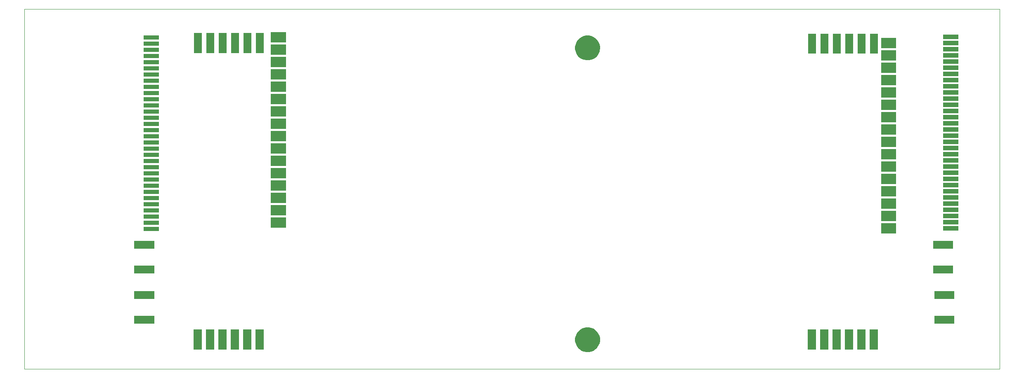
<source format=gbr>
%TF.GenerationSoftware,KiCad,Pcbnew,6.0.0-rc1-unknown-1a22918~65~ubuntu16.04.1*%
%TF.CreationDate,2019-08-07T16:40:55+03:00*%
%TF.ProjectId,BackbonePCB,4261636B626F6E655043422E6B696361,rev?*%
%TF.SameCoordinates,Original*%
%TF.FileFunction,Soldermask,Top*%
%TF.FilePolarity,Negative*%
%FSLAX46Y46*%
G04 Gerber Fmt 4.6, Leading zero omitted, Abs format (unit mm)*
G04 Created by KiCad (PCBNEW 6.0.0-rc1-unknown-1a22918~65~ubuntu16.04.1) date Wed Aug  7 16:40:55 2019*
%MOMM*%
%LPD*%
G01*
G04 APERTURE LIST*
%ADD10C,0.050000*%
%ADD11C,0.150000*%
G04 APERTURE END LIST*
D10*
X18050000Y-19050000D02*
X18050000Y-93050000D01*
X49050000Y-93050000D02*
X18050000Y-93050000D01*
X218050000Y-93050000D02*
X49050000Y-93050000D01*
X218050000Y-19050000D02*
X218050000Y-93050000D01*
X18050000Y-19050000D02*
X218050000Y-19050000D01*
D11*
G36*
X134294096Y-84597033D02*
X134294098Y-84597034D01*
X134294099Y-84597034D01*
X134758352Y-84789333D01*
X134989827Y-84944000D01*
X135176171Y-85068511D01*
X135531489Y-85423829D01*
X135531491Y-85423832D01*
X135810667Y-85841648D01*
X136002966Y-86305901D01*
X136101000Y-86798748D01*
X136101000Y-87301252D01*
X136002966Y-87794099D01*
X135810667Y-88258352D01*
X135532750Y-88674284D01*
X135531489Y-88676171D01*
X135176171Y-89031489D01*
X135176168Y-89031491D01*
X134758352Y-89310667D01*
X134294099Y-89502966D01*
X134294098Y-89502966D01*
X134294096Y-89502967D01*
X133801253Y-89601000D01*
X133298747Y-89601000D01*
X132805904Y-89502967D01*
X132805902Y-89502966D01*
X132805901Y-89502966D01*
X132341648Y-89310667D01*
X131923832Y-89031491D01*
X131923829Y-89031489D01*
X131568511Y-88676171D01*
X131567250Y-88674284D01*
X131289333Y-88258352D01*
X131097034Y-87794099D01*
X130999000Y-87301252D01*
X130999000Y-86798748D01*
X131097034Y-86305901D01*
X131289333Y-85841648D01*
X131568509Y-85423832D01*
X131568511Y-85423829D01*
X131923829Y-85068511D01*
X132110173Y-84944000D01*
X132341648Y-84789333D01*
X132805901Y-84597034D01*
X132805902Y-84597034D01*
X132805904Y-84597033D01*
X133298747Y-84499000D01*
X133801253Y-84499000D01*
X134294096Y-84597033D01*
X134294096Y-84597033D01*
G37*
G36*
X188002000Y-89046000D02*
X186376000Y-89046000D01*
X186376000Y-84944000D01*
X188002000Y-84944000D01*
X188002000Y-89046000D01*
X188002000Y-89046000D01*
G37*
G36*
X54398000Y-89046000D02*
X52772000Y-89046000D01*
X52772000Y-84944000D01*
X54398000Y-84944000D01*
X54398000Y-89046000D01*
X54398000Y-89046000D01*
G37*
G36*
X56938000Y-89046000D02*
X55312000Y-89046000D01*
X55312000Y-84944000D01*
X56938000Y-84944000D01*
X56938000Y-89046000D01*
X56938000Y-89046000D01*
G37*
G36*
X59478000Y-89046000D02*
X57852000Y-89046000D01*
X57852000Y-84944000D01*
X59478000Y-84944000D01*
X59478000Y-89046000D01*
X59478000Y-89046000D01*
G37*
G36*
X62018000Y-89046000D02*
X60392000Y-89046000D01*
X60392000Y-84944000D01*
X62018000Y-84944000D01*
X62018000Y-89046000D01*
X62018000Y-89046000D01*
G37*
G36*
X64558000Y-89046000D02*
X62932000Y-89046000D01*
X62932000Y-84944000D01*
X64558000Y-84944000D01*
X64558000Y-89046000D01*
X64558000Y-89046000D01*
G37*
G36*
X190542000Y-89046000D02*
X188916000Y-89046000D01*
X188916000Y-84944000D01*
X190542000Y-84944000D01*
X190542000Y-89046000D01*
X190542000Y-89046000D01*
G37*
G36*
X67098000Y-89046000D02*
X65472000Y-89046000D01*
X65472000Y-84944000D01*
X67098000Y-84944000D01*
X67098000Y-89046000D01*
X67098000Y-89046000D01*
G37*
G36*
X193082000Y-89046000D02*
X191456000Y-89046000D01*
X191456000Y-84944000D01*
X193082000Y-84944000D01*
X193082000Y-89046000D01*
X193082000Y-89046000D01*
G37*
G36*
X180382000Y-89046000D02*
X178756000Y-89046000D01*
X178756000Y-84944000D01*
X180382000Y-84944000D01*
X180382000Y-89046000D01*
X180382000Y-89046000D01*
G37*
G36*
X185462000Y-89046000D02*
X183836000Y-89046000D01*
X183836000Y-84944000D01*
X185462000Y-84944000D01*
X185462000Y-89046000D01*
X185462000Y-89046000D01*
G37*
G36*
X182922000Y-89046000D02*
X181296000Y-89046000D01*
X181296000Y-84944000D01*
X182922000Y-84944000D01*
X182922000Y-89046000D01*
X182922000Y-89046000D01*
G37*
G36*
X44656000Y-83744000D02*
X40554000Y-83744000D01*
X40554000Y-82118000D01*
X44656000Y-82118000D01*
X44656000Y-83744000D01*
X44656000Y-83744000D01*
G37*
G36*
X208798000Y-83744000D02*
X204696000Y-83744000D01*
X204696000Y-82118000D01*
X208798000Y-82118000D01*
X208798000Y-83744000D01*
X208798000Y-83744000D01*
G37*
G36*
X44656000Y-78664000D02*
X40554000Y-78664000D01*
X40554000Y-77038000D01*
X44656000Y-77038000D01*
X44656000Y-78664000D01*
X44656000Y-78664000D01*
G37*
G36*
X208798000Y-78664000D02*
X204696000Y-78664000D01*
X204696000Y-77038000D01*
X208798000Y-77038000D01*
X208798000Y-78664000D01*
X208798000Y-78664000D01*
G37*
G36*
X44656000Y-73457000D02*
X40554000Y-73457000D01*
X40554000Y-71831000D01*
X44656000Y-71831000D01*
X44656000Y-73457000D01*
X44656000Y-73457000D01*
G37*
G36*
X208544000Y-73457000D02*
X204442000Y-73457000D01*
X204442000Y-71831000D01*
X208544000Y-71831000D01*
X208544000Y-73457000D01*
X208544000Y-73457000D01*
G37*
G36*
X44656000Y-68377000D02*
X40554000Y-68377000D01*
X40554000Y-66751000D01*
X44656000Y-66751000D01*
X44656000Y-68377000D01*
X44656000Y-68377000D01*
G37*
G36*
X208544000Y-68377000D02*
X204442000Y-68377000D01*
X204442000Y-66751000D01*
X208544000Y-66751000D01*
X208544000Y-68377000D01*
X208544000Y-68377000D01*
G37*
G36*
X196868000Y-65186000D02*
X193766000Y-65186000D01*
X193766000Y-63084000D01*
X196868000Y-63084000D01*
X196868000Y-65186000D01*
X196868000Y-65186000D01*
G37*
G36*
X45601000Y-64741000D02*
X42499000Y-64741000D01*
X42499000Y-63839000D01*
X45601000Y-63839000D01*
X45601000Y-64741000D01*
X45601000Y-64741000D01*
G37*
G36*
X209601000Y-64601000D02*
X206499000Y-64601000D01*
X206499000Y-63699000D01*
X209601000Y-63699000D01*
X209601000Y-64601000D01*
X209601000Y-64601000D01*
G37*
G36*
X71671000Y-63991000D02*
X68569000Y-63991000D01*
X68569000Y-61889000D01*
X71671000Y-61889000D01*
X71671000Y-63991000D01*
X71671000Y-63991000D01*
G37*
G36*
X45601000Y-63471000D02*
X42499000Y-63471000D01*
X42499000Y-62569000D01*
X45601000Y-62569000D01*
X45601000Y-63471000D01*
X45601000Y-63471000D01*
G37*
G36*
X209601000Y-63331000D02*
X206499000Y-63331000D01*
X206499000Y-62429000D01*
X209601000Y-62429000D01*
X209601000Y-63331000D01*
X209601000Y-63331000D01*
G37*
G36*
X196868000Y-62646000D02*
X193766000Y-62646000D01*
X193766000Y-60544000D01*
X196868000Y-60544000D01*
X196868000Y-62646000D01*
X196868000Y-62646000D01*
G37*
G36*
X45601000Y-62201000D02*
X42499000Y-62201000D01*
X42499000Y-61299000D01*
X45601000Y-61299000D01*
X45601000Y-62201000D01*
X45601000Y-62201000D01*
G37*
G36*
X209601000Y-62061000D02*
X206499000Y-62061000D01*
X206499000Y-61159000D01*
X209601000Y-61159000D01*
X209601000Y-62061000D01*
X209601000Y-62061000D01*
G37*
G36*
X71671000Y-61451000D02*
X68569000Y-61451000D01*
X68569000Y-59349000D01*
X71671000Y-59349000D01*
X71671000Y-61451000D01*
X71671000Y-61451000D01*
G37*
G36*
X45601000Y-60931000D02*
X42499000Y-60931000D01*
X42499000Y-60029000D01*
X45601000Y-60029000D01*
X45601000Y-60931000D01*
X45601000Y-60931000D01*
G37*
G36*
X209601000Y-60791000D02*
X206499000Y-60791000D01*
X206499000Y-59889000D01*
X209601000Y-59889000D01*
X209601000Y-60791000D01*
X209601000Y-60791000D01*
G37*
G36*
X196868000Y-60106000D02*
X193766000Y-60106000D01*
X193766000Y-58004000D01*
X196868000Y-58004000D01*
X196868000Y-60106000D01*
X196868000Y-60106000D01*
G37*
G36*
X45601000Y-59661000D02*
X42499000Y-59661000D01*
X42499000Y-58759000D01*
X45601000Y-58759000D01*
X45601000Y-59661000D01*
X45601000Y-59661000D01*
G37*
G36*
X209601000Y-59521000D02*
X206499000Y-59521000D01*
X206499000Y-58619000D01*
X209601000Y-58619000D01*
X209601000Y-59521000D01*
X209601000Y-59521000D01*
G37*
G36*
X71671000Y-58911000D02*
X68569000Y-58911000D01*
X68569000Y-56809000D01*
X71671000Y-56809000D01*
X71671000Y-58911000D01*
X71671000Y-58911000D01*
G37*
G36*
X45601000Y-58391000D02*
X42499000Y-58391000D01*
X42499000Y-57489000D01*
X45601000Y-57489000D01*
X45601000Y-58391000D01*
X45601000Y-58391000D01*
G37*
G36*
X209601000Y-58251000D02*
X206499000Y-58251000D01*
X206499000Y-57349000D01*
X209601000Y-57349000D01*
X209601000Y-58251000D01*
X209601000Y-58251000D01*
G37*
G36*
X196868000Y-57566000D02*
X193766000Y-57566000D01*
X193766000Y-55464000D01*
X196868000Y-55464000D01*
X196868000Y-57566000D01*
X196868000Y-57566000D01*
G37*
G36*
X45601000Y-57121000D02*
X42499000Y-57121000D01*
X42499000Y-56219000D01*
X45601000Y-56219000D01*
X45601000Y-57121000D01*
X45601000Y-57121000D01*
G37*
G36*
X209601000Y-56981000D02*
X206499000Y-56981000D01*
X206499000Y-56079000D01*
X209601000Y-56079000D01*
X209601000Y-56981000D01*
X209601000Y-56981000D01*
G37*
G36*
X71671000Y-56371000D02*
X68569000Y-56371000D01*
X68569000Y-54269000D01*
X71671000Y-54269000D01*
X71671000Y-56371000D01*
X71671000Y-56371000D01*
G37*
G36*
X45601000Y-55851000D02*
X42499000Y-55851000D01*
X42499000Y-54949000D01*
X45601000Y-54949000D01*
X45601000Y-55851000D01*
X45601000Y-55851000D01*
G37*
G36*
X209601000Y-55711000D02*
X206499000Y-55711000D01*
X206499000Y-54809000D01*
X209601000Y-54809000D01*
X209601000Y-55711000D01*
X209601000Y-55711000D01*
G37*
G36*
X196868000Y-55026000D02*
X193766000Y-55026000D01*
X193766000Y-52924000D01*
X196868000Y-52924000D01*
X196868000Y-55026000D01*
X196868000Y-55026000D01*
G37*
G36*
X45601000Y-54581000D02*
X42499000Y-54581000D01*
X42499000Y-53679000D01*
X45601000Y-53679000D01*
X45601000Y-54581000D01*
X45601000Y-54581000D01*
G37*
G36*
X209601000Y-54441000D02*
X206499000Y-54441000D01*
X206499000Y-53539000D01*
X209601000Y-53539000D01*
X209601000Y-54441000D01*
X209601000Y-54441000D01*
G37*
G36*
X71671000Y-53831000D02*
X68569000Y-53831000D01*
X68569000Y-51729000D01*
X71671000Y-51729000D01*
X71671000Y-53831000D01*
X71671000Y-53831000D01*
G37*
G36*
X45601000Y-53311000D02*
X42499000Y-53311000D01*
X42499000Y-52409000D01*
X45601000Y-52409000D01*
X45601000Y-53311000D01*
X45601000Y-53311000D01*
G37*
G36*
X209601000Y-53171000D02*
X206499000Y-53171000D01*
X206499000Y-52269000D01*
X209601000Y-52269000D01*
X209601000Y-53171000D01*
X209601000Y-53171000D01*
G37*
G36*
X196868000Y-52486000D02*
X193766000Y-52486000D01*
X193766000Y-50384000D01*
X196868000Y-50384000D01*
X196868000Y-52486000D01*
X196868000Y-52486000D01*
G37*
G36*
X45601000Y-52041000D02*
X42499000Y-52041000D01*
X42499000Y-51139000D01*
X45601000Y-51139000D01*
X45601000Y-52041000D01*
X45601000Y-52041000D01*
G37*
G36*
X209601000Y-51901000D02*
X206499000Y-51901000D01*
X206499000Y-50999000D01*
X209601000Y-50999000D01*
X209601000Y-51901000D01*
X209601000Y-51901000D01*
G37*
G36*
X71671000Y-51291000D02*
X68569000Y-51291000D01*
X68569000Y-49189000D01*
X71671000Y-49189000D01*
X71671000Y-51291000D01*
X71671000Y-51291000D01*
G37*
G36*
X45601000Y-50771000D02*
X42499000Y-50771000D01*
X42499000Y-49869000D01*
X45601000Y-49869000D01*
X45601000Y-50771000D01*
X45601000Y-50771000D01*
G37*
G36*
X209601000Y-50631000D02*
X206499000Y-50631000D01*
X206499000Y-49729000D01*
X209601000Y-49729000D01*
X209601000Y-50631000D01*
X209601000Y-50631000D01*
G37*
G36*
X196868000Y-49946000D02*
X193766000Y-49946000D01*
X193766000Y-47844000D01*
X196868000Y-47844000D01*
X196868000Y-49946000D01*
X196868000Y-49946000D01*
G37*
G36*
X45601000Y-49501000D02*
X42499000Y-49501000D01*
X42499000Y-48599000D01*
X45601000Y-48599000D01*
X45601000Y-49501000D01*
X45601000Y-49501000D01*
G37*
G36*
X209601000Y-49361000D02*
X206499000Y-49361000D01*
X206499000Y-48459000D01*
X209601000Y-48459000D01*
X209601000Y-49361000D01*
X209601000Y-49361000D01*
G37*
G36*
X71671000Y-48751000D02*
X68569000Y-48751000D01*
X68569000Y-46649000D01*
X71671000Y-46649000D01*
X71671000Y-48751000D01*
X71671000Y-48751000D01*
G37*
G36*
X45601000Y-48231000D02*
X42499000Y-48231000D01*
X42499000Y-47329000D01*
X45601000Y-47329000D01*
X45601000Y-48231000D01*
X45601000Y-48231000D01*
G37*
G36*
X209601000Y-48091000D02*
X206499000Y-48091000D01*
X206499000Y-47189000D01*
X209601000Y-47189000D01*
X209601000Y-48091000D01*
X209601000Y-48091000D01*
G37*
G36*
X196868000Y-47406000D02*
X193766000Y-47406000D01*
X193766000Y-45304000D01*
X196868000Y-45304000D01*
X196868000Y-47406000D01*
X196868000Y-47406000D01*
G37*
G36*
X45601000Y-46961000D02*
X42499000Y-46961000D01*
X42499000Y-46059000D01*
X45601000Y-46059000D01*
X45601000Y-46961000D01*
X45601000Y-46961000D01*
G37*
G36*
X209601000Y-46821000D02*
X206499000Y-46821000D01*
X206499000Y-45919000D01*
X209601000Y-45919000D01*
X209601000Y-46821000D01*
X209601000Y-46821000D01*
G37*
G36*
X71671000Y-46211000D02*
X68569000Y-46211000D01*
X68569000Y-44109000D01*
X71671000Y-44109000D01*
X71671000Y-46211000D01*
X71671000Y-46211000D01*
G37*
G36*
X45601000Y-45691000D02*
X42499000Y-45691000D01*
X42499000Y-44789000D01*
X45601000Y-44789000D01*
X45601000Y-45691000D01*
X45601000Y-45691000D01*
G37*
G36*
X209601000Y-45551000D02*
X206499000Y-45551000D01*
X206499000Y-44649000D01*
X209601000Y-44649000D01*
X209601000Y-45551000D01*
X209601000Y-45551000D01*
G37*
G36*
X196868000Y-44866000D02*
X193766000Y-44866000D01*
X193766000Y-42764000D01*
X196868000Y-42764000D01*
X196868000Y-44866000D01*
X196868000Y-44866000D01*
G37*
G36*
X45601000Y-44421000D02*
X42499000Y-44421000D01*
X42499000Y-43519000D01*
X45601000Y-43519000D01*
X45601000Y-44421000D01*
X45601000Y-44421000D01*
G37*
G36*
X209601000Y-44281000D02*
X206499000Y-44281000D01*
X206499000Y-43379000D01*
X209601000Y-43379000D01*
X209601000Y-44281000D01*
X209601000Y-44281000D01*
G37*
G36*
X71671000Y-43671000D02*
X68569000Y-43671000D01*
X68569000Y-41569000D01*
X71671000Y-41569000D01*
X71671000Y-43671000D01*
X71671000Y-43671000D01*
G37*
G36*
X45601000Y-43151000D02*
X42499000Y-43151000D01*
X42499000Y-42249000D01*
X45601000Y-42249000D01*
X45601000Y-43151000D01*
X45601000Y-43151000D01*
G37*
G36*
X209601000Y-43011000D02*
X206499000Y-43011000D01*
X206499000Y-42109000D01*
X209601000Y-42109000D01*
X209601000Y-43011000D01*
X209601000Y-43011000D01*
G37*
G36*
X196868000Y-42326000D02*
X193766000Y-42326000D01*
X193766000Y-40224000D01*
X196868000Y-40224000D01*
X196868000Y-42326000D01*
X196868000Y-42326000D01*
G37*
G36*
X45601000Y-41881000D02*
X42499000Y-41881000D01*
X42499000Y-40979000D01*
X45601000Y-40979000D01*
X45601000Y-41881000D01*
X45601000Y-41881000D01*
G37*
G36*
X209601000Y-41741000D02*
X206499000Y-41741000D01*
X206499000Y-40839000D01*
X209601000Y-40839000D01*
X209601000Y-41741000D01*
X209601000Y-41741000D01*
G37*
G36*
X71671000Y-41131000D02*
X68569000Y-41131000D01*
X68569000Y-39029000D01*
X71671000Y-39029000D01*
X71671000Y-41131000D01*
X71671000Y-41131000D01*
G37*
G36*
X45601000Y-40611000D02*
X42499000Y-40611000D01*
X42499000Y-39709000D01*
X45601000Y-39709000D01*
X45601000Y-40611000D01*
X45601000Y-40611000D01*
G37*
G36*
X209601000Y-40471000D02*
X206499000Y-40471000D01*
X206499000Y-39569000D01*
X209601000Y-39569000D01*
X209601000Y-40471000D01*
X209601000Y-40471000D01*
G37*
G36*
X196868000Y-39786000D02*
X193766000Y-39786000D01*
X193766000Y-37684000D01*
X196868000Y-37684000D01*
X196868000Y-39786000D01*
X196868000Y-39786000D01*
G37*
G36*
X45601000Y-39341000D02*
X42499000Y-39341000D01*
X42499000Y-38439000D01*
X45601000Y-38439000D01*
X45601000Y-39341000D01*
X45601000Y-39341000D01*
G37*
G36*
X209601000Y-39201000D02*
X206499000Y-39201000D01*
X206499000Y-38299000D01*
X209601000Y-38299000D01*
X209601000Y-39201000D01*
X209601000Y-39201000D01*
G37*
G36*
X71671000Y-38591000D02*
X68569000Y-38591000D01*
X68569000Y-36489000D01*
X71671000Y-36489000D01*
X71671000Y-38591000D01*
X71671000Y-38591000D01*
G37*
G36*
X45601000Y-38071000D02*
X42499000Y-38071000D01*
X42499000Y-37169000D01*
X45601000Y-37169000D01*
X45601000Y-38071000D01*
X45601000Y-38071000D01*
G37*
G36*
X209601000Y-37931000D02*
X206499000Y-37931000D01*
X206499000Y-37029000D01*
X209601000Y-37029000D01*
X209601000Y-37931000D01*
X209601000Y-37931000D01*
G37*
G36*
X196868000Y-37246000D02*
X193766000Y-37246000D01*
X193766000Y-35144000D01*
X196868000Y-35144000D01*
X196868000Y-37246000D01*
X196868000Y-37246000D01*
G37*
G36*
X45601000Y-36801000D02*
X42499000Y-36801000D01*
X42499000Y-35899000D01*
X45601000Y-35899000D01*
X45601000Y-36801000D01*
X45601000Y-36801000D01*
G37*
G36*
X209601000Y-36661000D02*
X206499000Y-36661000D01*
X206499000Y-35759000D01*
X209601000Y-35759000D01*
X209601000Y-36661000D01*
X209601000Y-36661000D01*
G37*
G36*
X71671000Y-36051000D02*
X68569000Y-36051000D01*
X68569000Y-33949000D01*
X71671000Y-33949000D01*
X71671000Y-36051000D01*
X71671000Y-36051000D01*
G37*
G36*
X45601000Y-35531000D02*
X42499000Y-35531000D01*
X42499000Y-34629000D01*
X45601000Y-34629000D01*
X45601000Y-35531000D01*
X45601000Y-35531000D01*
G37*
G36*
X209601000Y-35391000D02*
X206499000Y-35391000D01*
X206499000Y-34489000D01*
X209601000Y-34489000D01*
X209601000Y-35391000D01*
X209601000Y-35391000D01*
G37*
G36*
X196868000Y-34706000D02*
X193766000Y-34706000D01*
X193766000Y-32604000D01*
X196868000Y-32604000D01*
X196868000Y-34706000D01*
X196868000Y-34706000D01*
G37*
G36*
X45601000Y-34261000D02*
X42499000Y-34261000D01*
X42499000Y-33359000D01*
X45601000Y-33359000D01*
X45601000Y-34261000D01*
X45601000Y-34261000D01*
G37*
G36*
X209601000Y-34121000D02*
X206499000Y-34121000D01*
X206499000Y-33219000D01*
X209601000Y-33219000D01*
X209601000Y-34121000D01*
X209601000Y-34121000D01*
G37*
G36*
X71671000Y-33511000D02*
X68569000Y-33511000D01*
X68569000Y-31409000D01*
X71671000Y-31409000D01*
X71671000Y-33511000D01*
X71671000Y-33511000D01*
G37*
G36*
X45601000Y-32991000D02*
X42499000Y-32991000D01*
X42499000Y-32089000D01*
X45601000Y-32089000D01*
X45601000Y-32991000D01*
X45601000Y-32991000D01*
G37*
G36*
X209601000Y-32851000D02*
X206499000Y-32851000D01*
X206499000Y-31949000D01*
X209601000Y-31949000D01*
X209601000Y-32851000D01*
X209601000Y-32851000D01*
G37*
G36*
X196868000Y-32166000D02*
X193766000Y-32166000D01*
X193766000Y-30064000D01*
X196868000Y-30064000D01*
X196868000Y-32166000D01*
X196868000Y-32166000D01*
G37*
G36*
X45601000Y-31721000D02*
X42499000Y-31721000D01*
X42499000Y-30819000D01*
X45601000Y-30819000D01*
X45601000Y-31721000D01*
X45601000Y-31721000D01*
G37*
G36*
X209601000Y-31581000D02*
X206499000Y-31581000D01*
X206499000Y-30679000D01*
X209601000Y-30679000D01*
X209601000Y-31581000D01*
X209601000Y-31581000D01*
G37*
G36*
X71671000Y-30971000D02*
X68569000Y-30971000D01*
X68569000Y-28869000D01*
X71671000Y-28869000D01*
X71671000Y-30971000D01*
X71671000Y-30971000D01*
G37*
G36*
X45601000Y-30451000D02*
X42499000Y-30451000D01*
X42499000Y-29549000D01*
X45601000Y-29549000D01*
X45601000Y-30451000D01*
X45601000Y-30451000D01*
G37*
G36*
X209601000Y-30311000D02*
X206499000Y-30311000D01*
X206499000Y-29409000D01*
X209601000Y-29409000D01*
X209601000Y-30311000D01*
X209601000Y-30311000D01*
G37*
G36*
X196868000Y-29626000D02*
X193766000Y-29626000D01*
X193766000Y-27524000D01*
X196868000Y-27524000D01*
X196868000Y-29626000D01*
X196868000Y-29626000D01*
G37*
G36*
X134294096Y-24597033D02*
X134294098Y-24597034D01*
X134294099Y-24597034D01*
X134758352Y-24789333D01*
X135049691Y-24984000D01*
X135176171Y-25068511D01*
X135531489Y-25423829D01*
X135531491Y-25423832D01*
X135810667Y-25841648D01*
X136002966Y-26305901D01*
X136002967Y-26305904D01*
X136101000Y-26798747D01*
X136101000Y-27301253D01*
X136056693Y-27524000D01*
X136002966Y-27794099D01*
X135810667Y-28258352D01*
X135695307Y-28431000D01*
X135531489Y-28676171D01*
X135176171Y-29031489D01*
X135176168Y-29031491D01*
X134758352Y-29310667D01*
X134294099Y-29502966D01*
X134294098Y-29502966D01*
X134294096Y-29502967D01*
X133801253Y-29601000D01*
X133298747Y-29601000D01*
X132805904Y-29502967D01*
X132805902Y-29502966D01*
X132805901Y-29502966D01*
X132341648Y-29310667D01*
X131923832Y-29031491D01*
X131923829Y-29031489D01*
X131568511Y-28676171D01*
X131404693Y-28431000D01*
X131289333Y-28258352D01*
X131097034Y-27794099D01*
X131043308Y-27524000D01*
X130999000Y-27301253D01*
X130999000Y-26798747D01*
X131097033Y-26305904D01*
X131097034Y-26305901D01*
X131289333Y-25841648D01*
X131568509Y-25423832D01*
X131568511Y-25423829D01*
X131923829Y-25068511D01*
X132050309Y-24984000D01*
X132341648Y-24789333D01*
X132805901Y-24597034D01*
X132805902Y-24597034D01*
X132805904Y-24597033D01*
X133298747Y-24499000D01*
X133801253Y-24499000D01*
X134294096Y-24597033D01*
X134294096Y-24597033D01*
G37*
G36*
X45601000Y-29181000D02*
X42499000Y-29181000D01*
X42499000Y-28279000D01*
X45601000Y-28279000D01*
X45601000Y-29181000D01*
X45601000Y-29181000D01*
G37*
G36*
X209601000Y-29041000D02*
X206499000Y-29041000D01*
X206499000Y-28139000D01*
X209601000Y-28139000D01*
X209601000Y-29041000D01*
X209601000Y-29041000D01*
G37*
G36*
X71671000Y-28431000D02*
X68569000Y-28431000D01*
X68569000Y-26329000D01*
X71671000Y-26329000D01*
X71671000Y-28431000D01*
X71671000Y-28431000D01*
G37*
G36*
X182947000Y-28213000D02*
X181321000Y-28213000D01*
X181321000Y-24111000D01*
X182947000Y-24111000D01*
X182947000Y-28213000D01*
X182947000Y-28213000D01*
G37*
G36*
X180407000Y-28213000D02*
X178781000Y-28213000D01*
X178781000Y-24111000D01*
X180407000Y-24111000D01*
X180407000Y-28213000D01*
X180407000Y-28213000D01*
G37*
G36*
X193107000Y-28213000D02*
X191481000Y-28213000D01*
X191481000Y-24111000D01*
X193107000Y-24111000D01*
X193107000Y-28213000D01*
X193107000Y-28213000D01*
G37*
G36*
X188027000Y-28213000D02*
X186401000Y-28213000D01*
X186401000Y-24111000D01*
X188027000Y-24111000D01*
X188027000Y-28213000D01*
X188027000Y-28213000D01*
G37*
G36*
X190567000Y-28213000D02*
X188941000Y-28213000D01*
X188941000Y-24111000D01*
X190567000Y-24111000D01*
X190567000Y-28213000D01*
X190567000Y-28213000D01*
G37*
G36*
X185487000Y-28213000D02*
X183861000Y-28213000D01*
X183861000Y-24111000D01*
X185487000Y-24111000D01*
X185487000Y-28213000D01*
X185487000Y-28213000D01*
G37*
G36*
X54423000Y-28101000D02*
X52797000Y-28101000D01*
X52797000Y-23999000D01*
X54423000Y-23999000D01*
X54423000Y-28101000D01*
X54423000Y-28101000D01*
G37*
G36*
X56963000Y-28101000D02*
X55337000Y-28101000D01*
X55337000Y-23999000D01*
X56963000Y-23999000D01*
X56963000Y-28101000D01*
X56963000Y-28101000D01*
G37*
G36*
X62043000Y-28101000D02*
X60417000Y-28101000D01*
X60417000Y-23999000D01*
X62043000Y-23999000D01*
X62043000Y-28101000D01*
X62043000Y-28101000D01*
G37*
G36*
X64583000Y-28101000D02*
X62957000Y-28101000D01*
X62957000Y-23999000D01*
X64583000Y-23999000D01*
X64583000Y-28101000D01*
X64583000Y-28101000D01*
G37*
G36*
X67123000Y-28101000D02*
X65497000Y-28101000D01*
X65497000Y-23999000D01*
X67123000Y-23999000D01*
X67123000Y-28101000D01*
X67123000Y-28101000D01*
G37*
G36*
X59503000Y-28101000D02*
X57877000Y-28101000D01*
X57877000Y-23999000D01*
X59503000Y-23999000D01*
X59503000Y-28101000D01*
X59503000Y-28101000D01*
G37*
G36*
X45601000Y-27911000D02*
X42499000Y-27911000D01*
X42499000Y-27009000D01*
X45601000Y-27009000D01*
X45601000Y-27911000D01*
X45601000Y-27911000D01*
G37*
G36*
X209601000Y-27771000D02*
X206499000Y-27771000D01*
X206499000Y-26869000D01*
X209601000Y-26869000D01*
X209601000Y-27771000D01*
X209601000Y-27771000D01*
G37*
G36*
X196868000Y-27086000D02*
X193766000Y-27086000D01*
X193766000Y-24984000D01*
X196868000Y-24984000D01*
X196868000Y-27086000D01*
X196868000Y-27086000D01*
G37*
G36*
X45601000Y-26641000D02*
X42499000Y-26641000D01*
X42499000Y-25739000D01*
X45601000Y-25739000D01*
X45601000Y-26641000D01*
X45601000Y-26641000D01*
G37*
G36*
X209601000Y-26501000D02*
X206499000Y-26501000D01*
X206499000Y-25599000D01*
X209601000Y-25599000D01*
X209601000Y-26501000D01*
X209601000Y-26501000D01*
G37*
G36*
X71671000Y-25891000D02*
X68569000Y-25891000D01*
X68569000Y-23789000D01*
X71671000Y-23789000D01*
X71671000Y-25891000D01*
X71671000Y-25891000D01*
G37*
G36*
X45601000Y-25371000D02*
X42499000Y-25371000D01*
X42499000Y-24469000D01*
X45601000Y-24469000D01*
X45601000Y-25371000D01*
X45601000Y-25371000D01*
G37*
G36*
X209601000Y-25231000D02*
X206499000Y-25231000D01*
X206499000Y-24329000D01*
X209601000Y-24329000D01*
X209601000Y-25231000D01*
X209601000Y-25231000D01*
G37*
M02*

</source>
